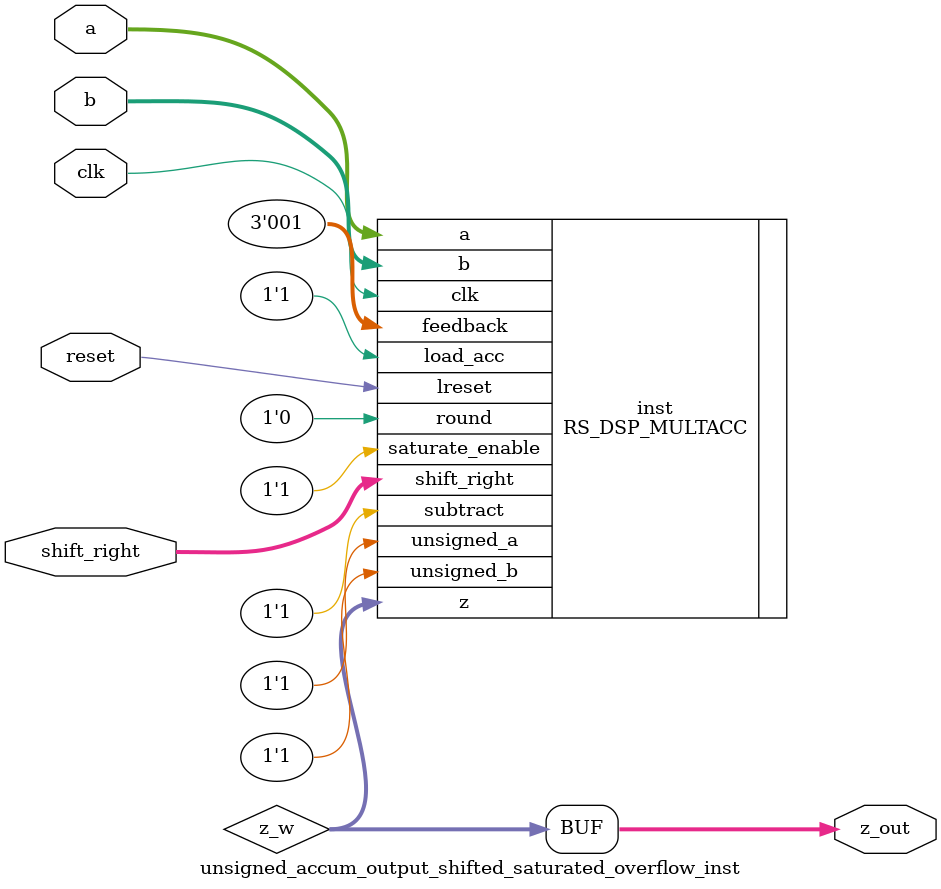
<source format=v>
module unsigned_accum_output_shifted_saturated_overflow_inst (
	input  wire [19:0] a,
    input  wire [17:0] b,
    input  wire [5:0] shift_right,
	input wire clk, reset,
    output wire [37:0] z_out
    );

    parameter [79:0] MODE_BITS = 80'd0;
    
    wire [37:0] z_w;
	wire reset;
	RS_DSP_MULTACC #(
    .MODE_BITS(80'h00000000000000000000)) 
        inst(.a(a), .b(b), .z(z_w),. clk(clk), .lreset(reset),. load_acc(1'b1) ,
        . feedback(3'd1), .unsigned_a(1'b1), .unsigned_b(1'b1), . saturate_enable(1'b1),. shift_right(shift_right),
        . round(1'b0),.subtract(1'b1));
	
    assign z_out = z_w;

endmodule
</source>
